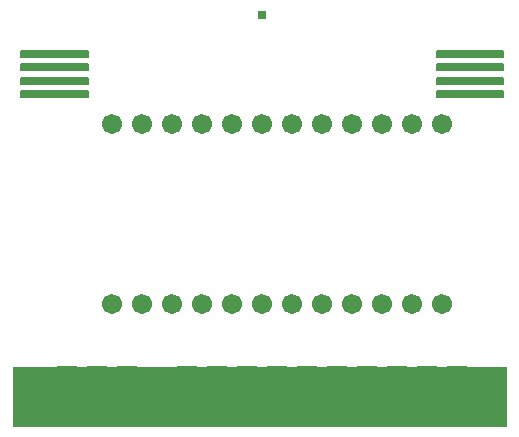
<source format=gbr>
G04 #@! TF.GenerationSoftware,KiCad,Pcbnew,(5.1.9-0-10_14)*
G04 #@! TF.CreationDate,2021-07-11T20:40:54-07:00*
G04 #@! TF.ProjectId,cart,63617274-2e6b-4696-9361-645f70636258,1.0-dev4*
G04 #@! TF.SameCoordinates,Original*
G04 #@! TF.FileFunction,Soldermask,Top*
G04 #@! TF.FilePolarity,Negative*
%FSLAX46Y46*%
G04 Gerber Fmt 4.6, Leading zero omitted, Abs format (unit mm)*
G04 Created by KiCad (PCBNEW (5.1.9-0-10_14)) date 2021-07-11 20:40:54*
%MOMM*%
%LPD*%
G01*
G04 APERTURE LIST*
%ADD10C,0.200000*%
%ADD11C,0.100000*%
%ADD12O,0.609600X4.351600*%
%ADD13C,0.609600*%
%ADD14C,1.701600*%
G04 APERTURE END LIST*
D10*
G36*
X124968000Y-101818500D02*
G01*
X119316500Y-101818500D01*
X119316500Y-101310500D01*
X124968000Y-101310500D01*
X124968000Y-101818500D01*
G37*
X124968000Y-101818500D02*
X119316500Y-101818500D01*
X119316500Y-101310500D01*
X124968000Y-101310500D01*
X124968000Y-101818500D01*
G36*
X124968000Y-99532500D02*
G01*
X119316500Y-99532500D01*
X119316500Y-99024500D01*
X124968000Y-99024500D01*
X124968000Y-99532500D01*
G37*
X124968000Y-99532500D02*
X119316500Y-99532500D01*
X119316500Y-99024500D01*
X124968000Y-99024500D01*
X124968000Y-99532500D01*
G36*
X124968000Y-98389500D02*
G01*
X119316500Y-98389500D01*
X119316500Y-97881500D01*
X124968000Y-97881500D01*
X124968000Y-98389500D01*
G37*
X124968000Y-98389500D02*
X119316500Y-98389500D01*
X119316500Y-97881500D01*
X124968000Y-97881500D01*
X124968000Y-98389500D01*
G36*
X124968000Y-100675500D02*
G01*
X119316500Y-100675500D01*
X119316500Y-100167500D01*
X124968000Y-100167500D01*
X124968000Y-100675500D01*
G37*
X124968000Y-100675500D02*
X119316500Y-100675500D01*
X119316500Y-100167500D01*
X124968000Y-100167500D01*
X124968000Y-100675500D01*
G36*
X160147000Y-101818500D02*
G01*
X154495500Y-101818500D01*
X154495500Y-101310500D01*
X160147000Y-101310500D01*
X160147000Y-101818500D01*
G37*
X160147000Y-101818500D02*
X154495500Y-101818500D01*
X154495500Y-101310500D01*
X160147000Y-101310500D01*
X160147000Y-101818500D01*
G36*
X160147000Y-100675500D02*
G01*
X154495500Y-100675500D01*
X154495500Y-100167500D01*
X160147000Y-100167500D01*
X160147000Y-100675500D01*
G37*
X160147000Y-100675500D02*
X154495500Y-100675500D01*
X154495500Y-100167500D01*
X160147000Y-100167500D01*
X160147000Y-100675500D01*
G36*
X160147000Y-99532500D02*
G01*
X154495500Y-99532500D01*
X154495500Y-99024500D01*
X160147000Y-99024500D01*
X160147000Y-99532500D01*
G37*
X160147000Y-99532500D02*
X154495500Y-99532500D01*
X154495500Y-99024500D01*
X160147000Y-99024500D01*
X160147000Y-99532500D01*
G36*
X160147000Y-98389500D02*
G01*
X154495500Y-98389500D01*
X154495500Y-97881500D01*
X160147000Y-97881500D01*
X160147000Y-98389500D01*
G37*
X160147000Y-98389500D02*
X154495500Y-98389500D01*
X154495500Y-97881500D01*
X160147000Y-97881500D01*
X160147000Y-98389500D01*
D11*
G36*
X160401000Y-129667000D02*
G01*
X118618000Y-129667000D01*
X118618000Y-124650500D01*
X160401000Y-124650500D01*
X160401000Y-129667000D01*
G37*
X160401000Y-129667000D02*
X118618000Y-129667000D01*
X118618000Y-124650500D01*
X160401000Y-124650500D01*
X160401000Y-129667000D01*
D10*
G36*
X124968000Y-101818500D02*
G01*
X119316500Y-101818500D01*
X119316500Y-101310500D01*
X124968000Y-101310500D01*
X124968000Y-101818500D01*
G37*
X124968000Y-101818500D02*
X119316500Y-101818500D01*
X119316500Y-101310500D01*
X124968000Y-101310500D01*
X124968000Y-101818500D01*
G36*
X124968000Y-99532500D02*
G01*
X119316500Y-99532500D01*
X119316500Y-99024500D01*
X124968000Y-99024500D01*
X124968000Y-99532500D01*
G37*
X124968000Y-99532500D02*
X119316500Y-99532500D01*
X119316500Y-99024500D01*
X124968000Y-99024500D01*
X124968000Y-99532500D01*
G36*
X124968000Y-98389500D02*
G01*
X119316500Y-98389500D01*
X119316500Y-97881500D01*
X124968000Y-97881500D01*
X124968000Y-98389500D01*
G37*
X124968000Y-98389500D02*
X119316500Y-98389500D01*
X119316500Y-97881500D01*
X124968000Y-97881500D01*
X124968000Y-98389500D01*
G36*
X124968000Y-100675500D02*
G01*
X119316500Y-100675500D01*
X119316500Y-100167500D01*
X124968000Y-100167500D01*
X124968000Y-100675500D01*
G37*
X124968000Y-100675500D02*
X119316500Y-100675500D01*
X119316500Y-100167500D01*
X124968000Y-100167500D01*
X124968000Y-100675500D01*
G36*
X160147000Y-101818500D02*
G01*
X154495500Y-101818500D01*
X154495500Y-101310500D01*
X160147000Y-101310500D01*
X160147000Y-101818500D01*
G37*
X160147000Y-101818500D02*
X154495500Y-101818500D01*
X154495500Y-101310500D01*
X160147000Y-101310500D01*
X160147000Y-101818500D01*
G36*
X160147000Y-100675500D02*
G01*
X154495500Y-100675500D01*
X154495500Y-100167500D01*
X160147000Y-100167500D01*
X160147000Y-100675500D01*
G37*
X160147000Y-100675500D02*
X154495500Y-100675500D01*
X154495500Y-100167500D01*
X160147000Y-100167500D01*
X160147000Y-100675500D01*
G36*
X160147000Y-99532500D02*
G01*
X154495500Y-99532500D01*
X154495500Y-99024500D01*
X160147000Y-99024500D01*
X160147000Y-99532500D01*
G37*
X160147000Y-99532500D02*
X154495500Y-99532500D01*
X154495500Y-99024500D01*
X160147000Y-99024500D01*
X160147000Y-99532500D01*
G36*
X160147000Y-98389500D02*
G01*
X154495500Y-98389500D01*
X154495500Y-97881500D01*
X160147000Y-97881500D01*
X160147000Y-98389500D01*
G37*
X160147000Y-98389500D02*
X154495500Y-98389500D01*
X154495500Y-97881500D01*
X160147000Y-97881500D01*
X160147000Y-98389500D01*
D11*
G36*
X160401000Y-129667000D02*
G01*
X118618000Y-129667000D01*
X118618000Y-124650500D01*
X160401000Y-124650500D01*
X160401000Y-129667000D01*
G37*
X160401000Y-129667000D02*
X118618000Y-129667000D01*
X118618000Y-124650500D01*
X160401000Y-124650500D01*
X160401000Y-129667000D01*
G36*
X139976160Y-94525826D02*
G01*
X139977135Y-94525922D01*
X139986925Y-94527872D01*
X139987863Y-94528157D01*
X139997028Y-94531954D01*
X139997893Y-94532416D01*
X140006154Y-94537929D01*
X140006912Y-94538550D01*
X140014014Y-94545652D01*
X140014635Y-94546410D01*
X140020148Y-94554671D01*
X140020610Y-94555536D01*
X140024407Y-94564701D01*
X140024692Y-94565639D01*
X140026642Y-94575429D01*
X140026738Y-94576404D01*
X140026982Y-94581382D01*
X140026982Y-95131964D01*
X140026738Y-95136942D01*
X140026642Y-95137917D01*
X140024692Y-95147707D01*
X140024407Y-95148645D01*
X140020610Y-95157810D01*
X140020148Y-95158675D01*
X140014635Y-95166936D01*
X140014014Y-95167694D01*
X140006912Y-95174796D01*
X140006154Y-95175417D01*
X139997893Y-95180930D01*
X139997028Y-95181392D01*
X139987863Y-95185189D01*
X139986925Y-95185474D01*
X139977135Y-95187424D01*
X139976160Y-95187520D01*
X139971182Y-95187764D01*
X139428818Y-95187764D01*
X139423840Y-95187520D01*
X139422865Y-95187424D01*
X139413075Y-95185474D01*
X139412137Y-95185189D01*
X139402972Y-95181392D01*
X139402107Y-95180930D01*
X139393846Y-95175417D01*
X139393088Y-95174796D01*
X139385986Y-95167694D01*
X139385365Y-95166936D01*
X139379852Y-95158675D01*
X139379390Y-95157810D01*
X139375593Y-95148645D01*
X139375308Y-95147707D01*
X139373358Y-95137917D01*
X139373262Y-95136942D01*
X139373018Y-95131964D01*
X139373018Y-94581382D01*
X139373262Y-94576404D01*
X139373358Y-94575429D01*
X139375308Y-94565639D01*
X139375593Y-94564701D01*
X139379390Y-94555536D01*
X139379852Y-94554671D01*
X139385365Y-94546410D01*
X139385986Y-94545652D01*
X139393088Y-94538550D01*
X139393846Y-94537929D01*
X139402107Y-94532416D01*
X139402972Y-94531954D01*
X139412137Y-94528157D01*
X139413075Y-94527872D01*
X139422865Y-94525922D01*
X139423840Y-94525826D01*
X139428818Y-94525582D01*
X139971182Y-94525582D01*
X139976160Y-94525826D01*
G37*
D12*
X129667000Y-126839000D03*
X131953000Y-126839000D03*
D13*
X131699000Y-124968000D03*
X129921000Y-124968000D03*
X130810000Y-124968000D03*
G36*
G01*
X124879200Y-128619000D02*
X124879200Y-124619000D01*
G75*
G02*
X124930000Y-124568200I50800J0D01*
G01*
X126530000Y-124568200D01*
G75*
G02*
X126580800Y-124619000I0J-50800D01*
G01*
X126580800Y-128619000D01*
G75*
G02*
X126530000Y-128669800I-50800J0D01*
G01*
X124930000Y-128669800D01*
G75*
G02*
X124879200Y-128619000I0J50800D01*
G01*
G37*
G36*
G01*
X122339200Y-128619000D02*
X122339200Y-124619000D01*
G75*
G02*
X122390000Y-124568200I50800J0D01*
G01*
X123990000Y-124568200D01*
G75*
G02*
X124040800Y-124619000I0J-50800D01*
G01*
X124040800Y-128619000D01*
G75*
G02*
X123990000Y-128669800I-50800J0D01*
G01*
X122390000Y-128669800D01*
G75*
G02*
X122339200Y-128619000I0J50800D01*
G01*
G37*
G36*
G01*
X127419200Y-128619000D02*
X127419200Y-124619000D01*
G75*
G02*
X127470000Y-124568200I50800J0D01*
G01*
X129070000Y-124568200D01*
G75*
G02*
X129120800Y-124619000I0J-50800D01*
G01*
X129120800Y-128619000D01*
G75*
G02*
X129070000Y-128669800I-50800J0D01*
G01*
X127470000Y-128669800D01*
G75*
G02*
X127419200Y-128619000I0J50800D01*
G01*
G37*
G36*
G01*
X132499200Y-128619000D02*
X132499200Y-124619000D01*
G75*
G02*
X132550000Y-124568200I50800J0D01*
G01*
X134150000Y-124568200D01*
G75*
G02*
X134200800Y-124619000I0J-50800D01*
G01*
X134200800Y-128619000D01*
G75*
G02*
X134150000Y-128669800I-50800J0D01*
G01*
X132550000Y-128669800D01*
G75*
G02*
X132499200Y-128619000I0J50800D01*
G01*
G37*
G36*
G01*
X135039200Y-128619000D02*
X135039200Y-124619000D01*
G75*
G02*
X135090000Y-124568200I50800J0D01*
G01*
X136690000Y-124568200D01*
G75*
G02*
X136740800Y-124619000I0J-50800D01*
G01*
X136740800Y-128619000D01*
G75*
G02*
X136690000Y-128669800I-50800J0D01*
G01*
X135090000Y-128669800D01*
G75*
G02*
X135039200Y-128619000I0J50800D01*
G01*
G37*
G36*
G01*
X137579200Y-128619000D02*
X137579200Y-124619000D01*
G75*
G02*
X137630000Y-124568200I50800J0D01*
G01*
X139230000Y-124568200D01*
G75*
G02*
X139280800Y-124619000I0J-50800D01*
G01*
X139280800Y-128619000D01*
G75*
G02*
X139230000Y-128669800I-50800J0D01*
G01*
X137630000Y-128669800D01*
G75*
G02*
X137579200Y-128619000I0J50800D01*
G01*
G37*
G36*
G01*
X140119200Y-128619000D02*
X140119200Y-124619000D01*
G75*
G02*
X140170000Y-124568200I50800J0D01*
G01*
X141770000Y-124568200D01*
G75*
G02*
X141820800Y-124619000I0J-50800D01*
G01*
X141820800Y-128619000D01*
G75*
G02*
X141770000Y-128669800I-50800J0D01*
G01*
X140170000Y-128669800D01*
G75*
G02*
X140119200Y-128619000I0J50800D01*
G01*
G37*
G36*
G01*
X142659200Y-128619000D02*
X142659200Y-124619000D01*
G75*
G02*
X142710000Y-124568200I50800J0D01*
G01*
X144310000Y-124568200D01*
G75*
G02*
X144360800Y-124619000I0J-50800D01*
G01*
X144360800Y-128619000D01*
G75*
G02*
X144310000Y-128669800I-50800J0D01*
G01*
X142710000Y-128669800D01*
G75*
G02*
X142659200Y-128619000I0J50800D01*
G01*
G37*
G36*
G01*
X145199200Y-128619000D02*
X145199200Y-124619000D01*
G75*
G02*
X145250000Y-124568200I50800J0D01*
G01*
X146850000Y-124568200D01*
G75*
G02*
X146900800Y-124619000I0J-50800D01*
G01*
X146900800Y-128619000D01*
G75*
G02*
X146850000Y-128669800I-50800J0D01*
G01*
X145250000Y-128669800D01*
G75*
G02*
X145199200Y-128619000I0J50800D01*
G01*
G37*
G36*
G01*
X147739200Y-128619000D02*
X147739200Y-124619000D01*
G75*
G02*
X147790000Y-124568200I50800J0D01*
G01*
X149390000Y-124568200D01*
G75*
G02*
X149440800Y-124619000I0J-50800D01*
G01*
X149440800Y-128619000D01*
G75*
G02*
X149390000Y-128669800I-50800J0D01*
G01*
X147790000Y-128669800D01*
G75*
G02*
X147739200Y-128619000I0J50800D01*
G01*
G37*
G36*
G01*
X150279200Y-128619000D02*
X150279200Y-124619000D01*
G75*
G02*
X150330000Y-124568200I50800J0D01*
G01*
X151930000Y-124568200D01*
G75*
G02*
X151980800Y-124619000I0J-50800D01*
G01*
X151980800Y-128619000D01*
G75*
G02*
X151930000Y-128669800I-50800J0D01*
G01*
X150330000Y-128669800D01*
G75*
G02*
X150279200Y-128619000I0J50800D01*
G01*
G37*
G36*
G01*
X152819200Y-128619000D02*
X152819200Y-124619000D01*
G75*
G02*
X152870000Y-124568200I50800J0D01*
G01*
X154470000Y-124568200D01*
G75*
G02*
X154520800Y-124619000I0J-50800D01*
G01*
X154520800Y-128619000D01*
G75*
G02*
X154470000Y-128669800I-50800J0D01*
G01*
X152870000Y-128669800D01*
G75*
G02*
X152819200Y-128619000I0J50800D01*
G01*
G37*
G36*
G01*
X155359200Y-128619000D02*
X155359200Y-124619000D01*
G75*
G02*
X155410000Y-124568200I50800J0D01*
G01*
X157010000Y-124568200D01*
G75*
G02*
X157060800Y-124619000I0J-50800D01*
G01*
X157060800Y-128619000D01*
G75*
G02*
X157010000Y-128669800I-50800J0D01*
G01*
X155410000Y-128669800D01*
G75*
G02*
X155359200Y-128619000I0J50800D01*
G01*
G37*
D14*
X127000000Y-104140000D03*
X129540000Y-104140000D03*
X132080000Y-104140000D03*
X134620000Y-104140000D03*
X137160000Y-104140000D03*
X139700000Y-104140000D03*
X142240000Y-104140000D03*
X144780000Y-104140000D03*
X147320000Y-104140000D03*
X149860000Y-104140000D03*
X152400000Y-104140000D03*
X154940000Y-104140000D03*
X154940000Y-119380000D03*
X152400000Y-119380000D03*
X149860000Y-119380000D03*
X147320000Y-119380000D03*
X144780000Y-119380000D03*
X142240000Y-119380000D03*
X139700000Y-119380000D03*
X137160000Y-119380000D03*
X134620000Y-119380000D03*
X132080000Y-119380000D03*
X129540000Y-119380000D03*
X127000000Y-119380000D03*
D11*
G36*
X132500443Y-124881463D02*
G01*
X132501200Y-124883030D01*
X132501200Y-128669800D01*
X132500200Y-128671532D01*
X132499200Y-128671800D01*
X132374347Y-128671800D01*
X132350262Y-128674172D01*
X132327187Y-128681172D01*
X132305923Y-128692537D01*
X132287286Y-128707832D01*
X132272022Y-128726432D01*
X132256509Y-128759232D01*
X132254159Y-128766978D01*
X132252699Y-128768345D01*
X132250785Y-128767764D01*
X132250255Y-128766201D01*
X132255800Y-128709906D01*
X132255800Y-124968094D01*
X132250255Y-124911799D01*
X132251080Y-124909977D01*
X132253070Y-124909781D01*
X132254159Y-124911022D01*
X132256471Y-124918643D01*
X132265735Y-124941008D01*
X132279130Y-124961055D01*
X132296178Y-124978102D01*
X132316225Y-124991496D01*
X132338499Y-125000722D01*
X132362150Y-125005426D01*
X132386256Y-125005426D01*
X132409906Y-125000721D01*
X132432180Y-124991495D01*
X132452227Y-124978100D01*
X132469274Y-124961052D01*
X132482668Y-124941005D01*
X132491877Y-124918774D01*
X132497222Y-124882737D01*
X132498465Y-124881170D01*
X132500443Y-124881463D01*
G37*
G36*
X129122790Y-124882834D02*
G01*
X129125172Y-124907021D01*
X129132172Y-124930096D01*
X129143537Y-124951360D01*
X129158832Y-124969997D01*
X129177469Y-124985292D01*
X129198733Y-124996657D01*
X129221808Y-125003657D01*
X129245799Y-125006020D01*
X129269790Y-125003657D01*
X129292865Y-124996657D01*
X129314129Y-124985292D01*
X129332766Y-124969997D01*
X129348030Y-124951397D01*
X129363543Y-124918597D01*
X129365841Y-124911022D01*
X129367301Y-124909655D01*
X129369215Y-124910236D01*
X129369745Y-124911799D01*
X129364200Y-124968094D01*
X129364201Y-128709906D01*
X129369746Y-128766201D01*
X129368921Y-128768023D01*
X129366931Y-128768219D01*
X129365842Y-128766978D01*
X129363478Y-128759185D01*
X129354214Y-128736821D01*
X129340819Y-128716773D01*
X129323771Y-128699727D01*
X129303724Y-128686332D01*
X129281493Y-128677123D01*
X129245603Y-128671800D01*
X129120800Y-128671800D01*
X129119068Y-128670800D01*
X129118800Y-128669800D01*
X129118800Y-124883030D01*
X129119800Y-124881298D01*
X129121800Y-124881298D01*
X129122790Y-124882834D01*
G37*
M02*

</source>
